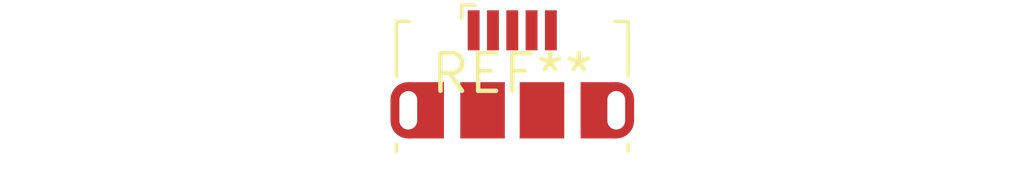
<source format=kicad_pcb>
(kicad_pcb (version 20240108) (generator pcbnew)
  (layers (0 "F.Cu" signal) (31 "B.Cu" signal) (34 "B.Paste" user) (35 "F.Paste" user) (36 "B.SilkS" user "B.Silkscreen") (37 "F.SilkS" user "F.Silkscreen") (38 "B.Mask" user) (39 "F.Mask" user) (44 "Edge.Cuts" user))
  (net 0 "")
  (footprint "USB_Micro-B_Molex-105017-0001" (layer "F.Cu") (at 0 0)
    (property "Reference" "REF**")
    (property "Value" "USB_Micro-B_Molex-105017-0001")
    (fp_line (start -3.9 -1.7625) (end -3.45 -1.7625) (layer "F.SilkS") (stroke (width 0.12)))
    (fp_line (start -3.9 0.0875) (end -3.9 -1.7625) (layer "F.SilkS") (stroke (width 0.12)))
    (fp_line (start -3.9 2.6375) (end -3.9 2.3875) (layer "F.SilkS") (stroke (width 0.12)))
    (fp_line (start -1.7 -2.3125) (end -1.7 -1.8625) (layer "F.SilkS") (stroke (width 0.12)))
    (fp_line (start -1.7 -2.3125) (end -1.25 -2.3125) (layer "F.SilkS") (stroke (width 0.12)))
    (fp_line (start 3.9 -1.7625) (end 3.45 -1.7625) (layer "F.SilkS") (stroke (width 0.12)))
    (fp_line (start 3.9 0.0875) (end 3.9 -1.7625) (layer "F.SilkS") (stroke (width 0.12)))
    (fp_line (start 3.9 2.6375) (end 3.9 2.3875) (layer "F.SilkS") (stroke (width 0.12)))
    (pad "1" smd rect (at -1.3 -1.4625) (size 0.4 1.35) (layers "F.Cu" "F.Paste" "F.Mask"))
    (pad "2" smd rect (at -0.65 -1.4625) (size 0.4 1.35) (layers "F.Cu" "F.Paste" "F.Mask"))
    (pad "3" smd rect (at 0 -1.4625) (size 0.4 1.35) (layers "F.Cu" "F.Paste" "F.Mask"))
    (pad "4" smd rect (at 0.65 -1.4625) (size 0.4 1.35) (layers "F.Cu" "F.Paste" "F.Mask"))
    (pad "5" smd rect (at 1.3 -1.4625) (size 0.4 1.35) (layers "F.Cu" "F.Paste" "F.Mask"))
    (pad "6" thru_hole oval (at -3.5 1.2375 180) (size 1.2 1.9) (drill oval 0.6 1.3) (layers *.Cu *.Mask) (remove_unused_layers))
    (pad "6" smd rect (at -2.9 1.2375) (size 1.2 1.9) (layers "F.Cu" "F.Mask"))
    (pad "6" thru_hole circle (at -2.5 -1.4625) (size 1.45 1.45) (drill 0.85) (layers *.Cu *.Mask) (remove_unused_layers))
    (pad "6" smd rect (at -1 1.2375) (size 1.5 1.9) (layers "F.Cu" "F.Paste" "F.Mask"))
    (pad "6" smd rect (at 1 1.2375) (size 1.5 1.9) (layers "F.Cu" "F.Paste" "F.Mask"))
    (pad "6" thru_hole circle (at 2.5 -1.4625) (size 1.45 1.45) (drill 0.85) (layers *.Cu *.Mask) (remove_unused_layers))
    (pad "6" smd rect (at 2.9 1.2375) (size 1.2 1.9) (layers "F.Cu" "F.Mask"))
    (pad "6" thru_hole oval (at 3.5 1.2375) (size 1.2 1.9) (drill oval 0.6 1.3) (layers *.Cu *.Mask) (remove_unused_layers))
  )
)
</source>
